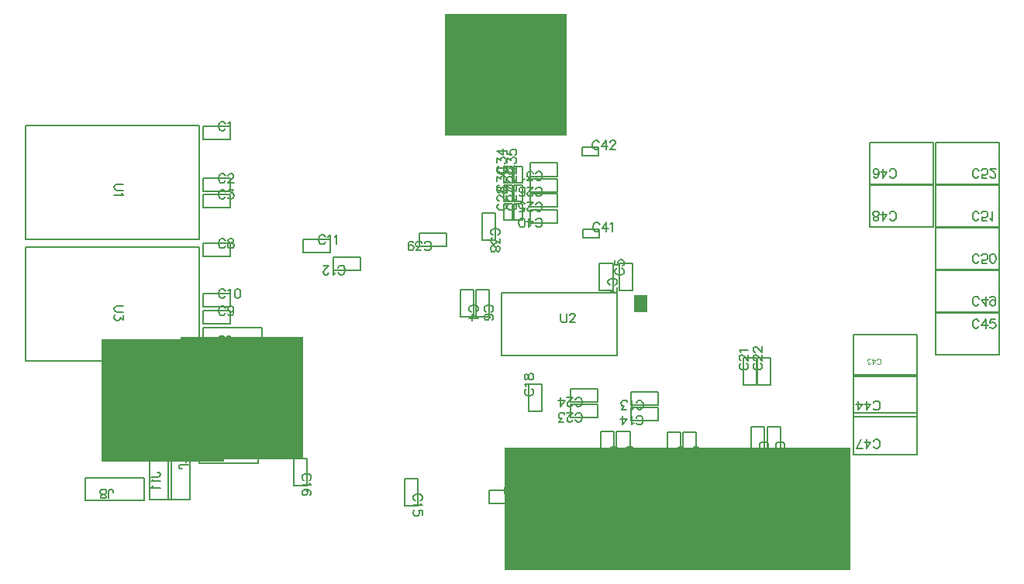
<source format=gbr>
%TF.GenerationSoftware,Altium Limited,Altium Designer,22.0.2 (36)*%
G04 Layer_Color=16711935*
%FSLAX45Y45*%
%MOMM*%
%TF.SameCoordinates,A85A4143-1F01-4578-B965-72C63468A48A*%
%TF.FilePolarity,Positive*%
%TF.FileFunction,Other,Top_Assembly*%
%TF.Part,Single*%
G01*
G75*
%TA.AperFunction,NonConductor*%
%ADD68C,0.20000*%
G36*
X5188020Y4456980D02*
X3851980D01*
Y5793020D01*
X5188020D01*
Y4456980D01*
D02*
G37*
G36*
X6063620Y2529790D02*
X5921380D01*
Y2715210D01*
X6063620D01*
Y2529790D01*
D02*
G37*
G36*
X2302750Y919750D02*
X1445250D01*
Y894210D01*
X109210D01*
Y2230250D01*
X966710D01*
Y2255790D01*
X2302750D01*
Y919750D01*
D02*
G37*
G36*
X8280520Y-290250D02*
X4511710D01*
Y1045790D01*
X8280520D01*
Y-290250D01*
D02*
G37*
G36*
X8494459Y2019307D02*
X8495198Y2019214D01*
X8496031Y2019122D01*
X8496955Y2018937D01*
X8497972Y2018752D01*
X8500191Y2018197D01*
X8502502Y2017273D01*
X8503704Y2016718D01*
X8504814Y2016071D01*
X8505923Y2015239D01*
X8507033Y2014406D01*
X8507125Y2014314D01*
X8507310Y2014129D01*
X8507588Y2013852D01*
X8507865Y2013482D01*
X8508327Y2013020D01*
X8508789Y2012372D01*
X8509344Y2011725D01*
X8509899Y2010893D01*
X8510454Y2009969D01*
X8511008Y2009044D01*
X8512025Y2006825D01*
X8512857Y2004236D01*
X8513135Y2002849D01*
X8513320Y2001370D01*
X8505461Y2000353D01*
Y2000446D01*
X8505369Y2000630D01*
X8505276Y2001000D01*
X8505184Y2001463D01*
X8505091Y2002017D01*
X8504906Y2002665D01*
X8504444Y2004051D01*
X8503797Y2005716D01*
X8502965Y2007287D01*
X8502040Y2008767D01*
X8500931Y2010061D01*
X8500746Y2010153D01*
X8500376Y2010523D01*
X8499636Y2010986D01*
X8498712Y2011448D01*
X8497602Y2012003D01*
X8496215Y2012465D01*
X8494644Y2012835D01*
X8492979Y2012927D01*
X8492425D01*
X8492055Y2012835D01*
X8491038Y2012742D01*
X8489743Y2012465D01*
X8488264Y2012003D01*
X8486692Y2011355D01*
X8485121Y2010431D01*
X8483641Y2009136D01*
X8483456Y2008952D01*
X8482994Y2008397D01*
X8482439Y2007565D01*
X8481700Y2006455D01*
X8480960Y2005068D01*
X8480405Y2003497D01*
X8479943Y2001648D01*
X8479758Y1999613D01*
Y1999521D01*
Y1999336D01*
Y1999059D01*
X8479851Y1998689D01*
X8479943Y1997672D01*
X8480221Y1996470D01*
X8480590Y1994991D01*
X8481238Y1993511D01*
X8482162Y1992032D01*
X8483364Y1990645D01*
X8483549Y1990460D01*
X8484011Y1990091D01*
X8484751Y1989536D01*
X8485768Y1988889D01*
X8487062Y1988241D01*
X8488634Y1987687D01*
X8490391Y1987317D01*
X8492332Y1987132D01*
X8493164D01*
X8493812Y1987224D01*
X8494644Y1987317D01*
X8495568Y1987502D01*
X8496678Y1987687D01*
X8497880Y1987964D01*
X8496955Y1981030D01*
X8496493D01*
X8496123Y1981122D01*
X8494921D01*
X8493904Y1980937D01*
X8492702Y1980752D01*
X8491315Y1980475D01*
X8489743Y1980013D01*
X8488264Y1979366D01*
X8486692Y1978534D01*
X8486600D01*
X8486508Y1978441D01*
X8486045Y1978071D01*
X8485398Y1977424D01*
X8484658Y1976592D01*
X8483919Y1975390D01*
X8483272Y1974003D01*
X8482809Y1972431D01*
X8482624Y1971507D01*
Y1970490D01*
Y1970397D01*
Y1970305D01*
Y1969750D01*
X8482809Y1969011D01*
X8482994Y1967994D01*
X8483364Y1966884D01*
X8483826Y1965682D01*
X8484566Y1964480D01*
X8485583Y1963371D01*
X8485675Y1963278D01*
X8486138Y1962908D01*
X8486785Y1962446D01*
X8487617Y1961891D01*
X8488726Y1961429D01*
X8490021Y1960967D01*
X8491500Y1960597D01*
X8493164Y1960505D01*
X8493904D01*
X8494736Y1960689D01*
X8495846Y1960874D01*
X8497048Y1961244D01*
X8498249Y1961707D01*
X8499544Y1962446D01*
X8500746Y1963371D01*
X8500838Y1963463D01*
X8501208Y1963925D01*
X8501763Y1964573D01*
X8502410Y1965497D01*
X8503057Y1966699D01*
X8503704Y1968178D01*
X8504259Y1969935D01*
X8504629Y1971969D01*
X8512488Y1970582D01*
Y1970490D01*
X8512395Y1970212D01*
X8512303Y1969843D01*
X8512210Y1969288D01*
X8512025Y1968641D01*
X8511748Y1967901D01*
X8511193Y1966144D01*
X8510269Y1964110D01*
X8509159Y1962076D01*
X8507772Y1960135D01*
X8506016Y1958378D01*
X8505923Y1958286D01*
X8505738Y1958193D01*
X8505461Y1958008D01*
X8505091Y1957731D01*
X8504629Y1957361D01*
X8503982Y1956991D01*
X8503335Y1956621D01*
X8502502Y1956159D01*
X8500653Y1955420D01*
X8498527Y1954680D01*
X8496031Y1954218D01*
X8494736Y1954033D01*
X8492425D01*
X8491408Y1954125D01*
X8490206Y1954310D01*
X8488726Y1954587D01*
X8487062Y1955050D01*
X8485398Y1955604D01*
X8483734Y1956344D01*
X8483641D01*
X8483549Y1956437D01*
X8482994Y1956714D01*
X8482162Y1957269D01*
X8481238Y1957916D01*
X8480128Y1958840D01*
X8479019Y1959857D01*
X8477909Y1961059D01*
X8476985Y1962446D01*
X8476892Y1962631D01*
X8476615Y1963093D01*
X8476245Y1963925D01*
X8475783Y1964942D01*
X8475320Y1966144D01*
X8474951Y1967531D01*
X8474673Y1969103D01*
X8474581Y1970675D01*
Y1970860D01*
Y1971414D01*
X8474673Y1972154D01*
X8474858Y1973171D01*
X8475135Y1974373D01*
X8475598Y1975667D01*
X8476152Y1976962D01*
X8476892Y1978256D01*
X8476985Y1978441D01*
X8477262Y1978811D01*
X8477817Y1979458D01*
X8478556Y1980198D01*
X8479481Y1981030D01*
X8480590Y1981954D01*
X8481885Y1982786D01*
X8483456Y1983619D01*
X8483364D01*
X8483179Y1983711D01*
X8482902Y1983804D01*
X8482532Y1983896D01*
X8481515Y1984266D01*
X8480221Y1984821D01*
X8478741Y1985560D01*
X8477262Y1986485D01*
X8475875Y1987687D01*
X8474581Y1989073D01*
X8474488Y1989258D01*
X8474118Y1989813D01*
X8473564Y1990738D01*
X8473009Y1991940D01*
X8472454Y1993419D01*
X8471899Y1995176D01*
X8471530Y1997210D01*
X8471437Y1999429D01*
Y1999521D01*
Y1999798D01*
Y2000261D01*
X8471530Y2000815D01*
X8471622Y2001555D01*
X8471807Y2002387D01*
X8471992Y2003312D01*
X8472177Y2004329D01*
X8472917Y2006548D01*
X8473471Y2007750D01*
X8474026Y2008859D01*
X8474766Y2010061D01*
X8475598Y2011263D01*
X8476522Y2012465D01*
X8477632Y2013574D01*
X8477724Y2013667D01*
X8477909Y2013852D01*
X8478279Y2014129D01*
X8478741Y2014499D01*
X8479296Y2014961D01*
X8480036Y2015423D01*
X8480868Y2015978D01*
X8481885Y2016440D01*
X8482902Y2016995D01*
X8484104Y2017550D01*
X8485306Y2018012D01*
X8486692Y2018474D01*
X8488172Y2018844D01*
X8489743Y2019122D01*
X8491315Y2019307D01*
X8493072Y2019399D01*
X8493904D01*
X8494459Y2019307D01*
D02*
G37*
G36*
X8598657D02*
X8599489D01*
X8600506Y2019214D01*
X8601615Y2019029D01*
X8602910Y2018844D01*
X8605591Y2018382D01*
X8608365Y2017642D01*
X8611138Y2016625D01*
X8612433Y2015978D01*
X8613727Y2015239D01*
X8613819Y2015146D01*
X8614004Y2015054D01*
X8614374Y2014776D01*
X8614744Y2014406D01*
X8615299Y2014037D01*
X8615946Y2013482D01*
X8616686Y2012835D01*
X8617425Y2012095D01*
X8618165Y2011263D01*
X8618997Y2010431D01*
X8620661Y2008304D01*
X8622233Y2005808D01*
X8623620Y2003034D01*
Y2002942D01*
X8623805Y2002665D01*
X8623897Y2002202D01*
X8624175Y2001648D01*
X8624359Y2000908D01*
X8624637Y1999983D01*
X8625007Y1998966D01*
X8625284Y1997857D01*
X8625561Y1996655D01*
X8625931Y1995268D01*
X8626393Y1992402D01*
X8626763Y1989166D01*
X8626948Y1985838D01*
Y1985745D01*
Y1985375D01*
Y1984821D01*
X8626856Y1984173D01*
Y1983249D01*
X8626763Y1982324D01*
X8626671Y1981122D01*
X8626486Y1979920D01*
X8626024Y1977239D01*
X8625376Y1974281D01*
X8624452Y1971322D01*
X8623158Y1968456D01*
X8623065Y1968363D01*
X8622973Y1968086D01*
X8622788Y1967716D01*
X8622418Y1967254D01*
X8622048Y1966607D01*
X8621586Y1965867D01*
X8620384Y1964203D01*
X8618812Y1962354D01*
X8616963Y1960505D01*
X8614836Y1958655D01*
X8612340Y1957084D01*
X8612248Y1956991D01*
X8611970Y1956899D01*
X8611601Y1956714D01*
X8611138Y1956437D01*
X8610399Y1956159D01*
X8609659Y1955882D01*
X8608734Y1955512D01*
X8607717Y1955142D01*
X8606608Y1954772D01*
X8605406Y1954402D01*
X8602817Y1953848D01*
X8599859Y1953385D01*
X8596808Y1953201D01*
X8595883D01*
X8595236Y1953293D01*
X8594404Y1953385D01*
X8593387Y1953478D01*
X8592370Y1953570D01*
X8591168Y1953848D01*
X8588671Y1954402D01*
X8585898Y1955235D01*
X8584511Y1955789D01*
X8583217Y1956437D01*
X8581922Y1957269D01*
X8580628Y1958101D01*
X8580535Y1958193D01*
X8580350Y1958286D01*
X8579981Y1958563D01*
X8579518Y1959025D01*
X8579056Y1959488D01*
X8578409Y1960135D01*
X8577762Y1960874D01*
X8577022Y1961614D01*
X8576282Y1962539D01*
X8575543Y1963648D01*
X8574711Y1964758D01*
X8573971Y1965959D01*
X8573324Y1967346D01*
X8572584Y1968733D01*
X8572029Y1970212D01*
X8571475Y1971877D01*
X8579796Y1973818D01*
Y1973726D01*
X8579888Y1973541D01*
X8580073Y1973171D01*
X8580258Y1972709D01*
X8580443Y1972154D01*
X8580720Y1971414D01*
X8581460Y1969935D01*
X8582384Y1968271D01*
X8583494Y1966607D01*
X8584881Y1965035D01*
X8586360Y1963648D01*
X8586545Y1963463D01*
X8587100Y1963093D01*
X8588024Y1962631D01*
X8589226Y1961984D01*
X8590798Y1961429D01*
X8592555Y1960874D01*
X8594681Y1960505D01*
X8596992Y1960412D01*
X8597732D01*
X8598194Y1960505D01*
X8598842D01*
X8599581Y1960597D01*
X8601338Y1960874D01*
X8603279Y1961244D01*
X8605313Y1961891D01*
X8607440Y1962816D01*
X8609382Y1964018D01*
X8609474D01*
X8609566Y1964203D01*
X8610214Y1964665D01*
X8611046Y1965405D01*
X8612063Y1966514D01*
X8613265Y1967901D01*
X8614374Y1969473D01*
X8615391Y1971414D01*
X8616316Y1973541D01*
Y1973633D01*
X8616408Y1973818D01*
X8616501Y1974096D01*
X8616593Y1974558D01*
X8616778Y1975113D01*
X8616963Y1975760D01*
X8617240Y1977332D01*
X8617610Y1979181D01*
X8617980Y1981215D01*
X8618165Y1983434D01*
X8618257Y1985838D01*
Y1985930D01*
Y1986207D01*
Y1986670D01*
Y1987224D01*
X8618165Y1987872D01*
Y1988704D01*
X8618072Y1989628D01*
X8617980Y1990645D01*
X8617703Y1992864D01*
X8617240Y1995268D01*
X8616686Y1997672D01*
X8615946Y2000076D01*
Y2000168D01*
X8615853Y2000353D01*
X8615669Y2000630D01*
X8615484Y2001093D01*
X8614929Y2002202D01*
X8614097Y2003497D01*
X8613080Y2004976D01*
X8611785Y2006548D01*
X8610306Y2007935D01*
X8608549Y2009229D01*
X8608457D01*
X8608272Y2009321D01*
X8607995Y2009506D01*
X8607625Y2009691D01*
X8607163Y2009876D01*
X8606608Y2010153D01*
X8605313Y2010708D01*
X8603649Y2011263D01*
X8601800Y2011725D01*
X8599766Y2012095D01*
X8597640Y2012187D01*
X8596992D01*
X8596438Y2012095D01*
X8595791D01*
X8595143Y2012003D01*
X8593479Y2011633D01*
X8591538Y2011170D01*
X8589596Y2010431D01*
X8587562Y2009414D01*
X8586545Y2008859D01*
X8585620Y2008119D01*
X8585528Y2008027D01*
X8585435Y2007935D01*
X8585158Y2007657D01*
X8584788Y2007380D01*
X8584418Y2006918D01*
X8583956Y2006363D01*
X8583401Y2005808D01*
X8582939Y2005068D01*
X8582384Y2004236D01*
X8581737Y2003312D01*
X8581182Y2002387D01*
X8580628Y2001278D01*
X8580165Y2000076D01*
X8579703Y1998781D01*
X8579241Y1997395D01*
X8578871Y1995915D01*
X8570365Y1998042D01*
Y1998134D01*
X8570458Y1998504D01*
X8570642Y1999059D01*
X8570920Y1999798D01*
X8571197Y2000630D01*
X8571567Y2001648D01*
X8572029Y2002757D01*
X8572584Y2003959D01*
X8573878Y2006548D01*
X8575543Y2009136D01*
X8576560Y2010431D01*
X8577577Y2011725D01*
X8578686Y2012835D01*
X8579981Y2013944D01*
X8580073Y2014037D01*
X8580258Y2014222D01*
X8580720Y2014406D01*
X8581182Y2014776D01*
X8581922Y2015239D01*
X8582662Y2015701D01*
X8583679Y2016163D01*
X8584696Y2016625D01*
X8585898Y2017180D01*
X8587192Y2017642D01*
X8588579Y2018105D01*
X8590058Y2018567D01*
X8591630Y2018937D01*
X8593294Y2019122D01*
X8595051Y2019307D01*
X8596900Y2019399D01*
X8597917D01*
X8598657Y2019307D01*
D02*
G37*
G36*
X8538006Y2002942D02*
X8565835D01*
Y1995730D01*
X8536526Y1954310D01*
X8530147D01*
Y1995730D01*
X8521456D01*
Y2002942D01*
X8530147D01*
Y2018290D01*
X8538006D01*
Y2002942D01*
D02*
G37*
%LPC*%
G36*
X8558161Y1995730D02*
X8538006D01*
Y1967069D01*
X8558161Y1995730D01*
D02*
G37*
%LPD*%
D68*
X4192092Y2772909D02*
X4337913D01*
X4192092Y2477091D02*
Y2772909D01*
Y2477091D02*
X4337913D01*
Y2772909D01*
X4024589D02*
X4170410D01*
X4024589Y2477091D02*
Y2772909D01*
Y2477091D02*
X4170410D01*
Y2772909D01*
X1217091Y2117498D02*
X1857090D01*
X1217091D02*
Y2357502D01*
X1857090D01*
Y2117498D02*
Y2357502D01*
X5086314Y3843833D02*
Y3989655D01*
X4790490D02*
X5086314D01*
X4790490Y3843833D02*
Y3989655D01*
Y3843833D02*
X5086314D01*
X4502286Y3535078D02*
X4589535D01*
Y3712325D01*
X4502286D02*
X4589535D01*
X4502286Y3535078D02*
Y3712325D01*
X4613411Y3947168D02*
Y4124414D01*
X4700660D01*
Y3947168D02*
Y4124414D01*
X4613411Y3947168D02*
X4700660D01*
X4613411Y3535078D02*
Y3712325D01*
X4700660D01*
Y3535078D02*
Y3712325D01*
X4613411Y3535078D02*
X4700660D01*
X4502286Y3742114D02*
Y3919360D01*
X4589535D01*
Y3742114D02*
Y3919360D01*
X4502286Y3742114D02*
X4589535D01*
X4613411D02*
Y3919360D01*
X4700660D01*
Y3742114D02*
Y3919360D01*
X4613411Y3742114D02*
X4700660D01*
X4502286Y3947168D02*
X4589535D01*
Y4124414D01*
X4502286D02*
X4589535D01*
X4502286Y3947168D02*
Y4124414D01*
X2347909Y634590D02*
Y930413D01*
X2202088Y634590D02*
X2347909D01*
X2202088D02*
Y930413D01*
X2347909D01*
X2930174Y2987087D02*
Y3132913D01*
X2634350D02*
X2930174D01*
X2634350Y2987087D02*
Y3132913D01*
Y2987087D02*
X2930174D01*
X2309591Y3325410D02*
X2605410D01*
Y3179589D02*
Y3325410D01*
X2309591Y3179589D02*
X2605410D01*
X2309591D02*
Y3325410D01*
X4263069Y3611638D02*
X4408891D01*
X4263069Y3315819D02*
Y3611638D01*
Y3315819D02*
X4408891D01*
Y3611638D01*
X9010256Y1827292D02*
Y2287707D01*
X8319841D02*
X9010256D01*
X8319841Y1827292D02*
Y2287707D01*
Y1827292D02*
X9010256D01*
X-727497Y3237501D02*
X1172499D01*
X-727497Y1997498D02*
Y3237501D01*
Y1997498D02*
X1172499D01*
Y3237501D01*
X-727497Y4567500D02*
X1172499D01*
X-727497Y3327498D02*
Y4567500D01*
Y3327498D02*
X1172499D01*
Y4567500D01*
X9215247Y3459292D02*
X9905662D01*
Y3919707D01*
X9215247D02*
X9905662D01*
X9215247Y3459292D02*
Y3919707D01*
X8319794Y969208D02*
X9010212D01*
X8319794D02*
Y1429623D01*
X9010212D01*
Y969208D02*
Y1429623D01*
X9215247Y2523208D02*
X9905660D01*
Y2062792D02*
Y2523208D01*
X9215247Y2062792D02*
X9905660D01*
X9215247D02*
Y2523208D01*
Y2528292D02*
X9905662D01*
Y2988708D01*
X9215247D02*
X9905662D01*
X9215247Y2528292D02*
Y2988708D01*
Y2993792D02*
X9905662D01*
Y3454207D01*
X9215247D02*
X9905662D01*
X9215247Y2993792D02*
Y3454207D01*
X8497297Y3459292D02*
X9187710D01*
X8497297D02*
Y3919707D01*
X9187710D01*
Y3459292D02*
Y3919707D01*
X8497292Y3924792D02*
X9187710D01*
X8497292D02*
Y4385207D01*
X9187710D01*
Y3924792D02*
Y4385207D01*
X9215247Y3924792D02*
X9905662D01*
Y4385207D01*
X9215247D02*
X9905662D01*
X9215247Y3924792D02*
Y4385207D01*
X5705414Y932329D02*
Y1228152D01*
X5559587Y932329D02*
X5705414D01*
X5559587D02*
Y1228152D01*
X5705414D01*
X5875411Y929829D02*
Y1225653D01*
X5729589Y929829D02*
X5875411D01*
X5729589D02*
Y1225653D01*
X5875411D01*
X7116490Y1731291D02*
X7262312D01*
Y2027109D01*
X7116490D02*
X7262312D01*
X7116490Y1731291D02*
Y2027109D01*
X7268890Y1731291D02*
X7414712D01*
Y2027109D01*
X7268890D02*
X7414712D01*
X7268890Y1731291D02*
Y2027109D01*
X8319794Y1387290D02*
X9010207D01*
X8319794D02*
Y1847706D01*
X9010207D01*
Y1387290D02*
Y1847706D01*
X7375387Y1277809D02*
X7521214D01*
X7375387Y981991D02*
Y1277809D01*
Y981991D02*
X7521214D01*
Y1277809D01*
X7197587D02*
X7343414D01*
X7197587Y981991D02*
Y1277809D01*
Y981991D02*
X7343414D01*
Y1277809D01*
X6452087Y1220410D02*
X6597914D01*
X6452087Y924587D02*
Y1220410D01*
Y924587D02*
X6597914D01*
Y1220410D01*
X6284589D02*
X6430411D01*
X6284589Y924587D02*
Y1220410D01*
Y924587D02*
X6430411D01*
Y1220410D01*
X5889589Y1344591D02*
X6185413D01*
X5889589D02*
Y1490412D01*
X6185413D01*
Y1344591D02*
Y1490412D01*
X5892002Y1512089D02*
X6187826D01*
X5892002D02*
Y1657910D01*
X6187826D01*
Y1512089D02*
Y1657910D01*
X5224805Y1544591D02*
X5520623D01*
X5224805D02*
Y1690412D01*
X5520623D01*
Y1544591D02*
Y1690412D01*
X5224592Y1377088D02*
X5520410D01*
X5224592D02*
Y1522909D01*
X5520410D01*
Y1377088D02*
Y1522909D01*
X4772091Y1449828D02*
Y1745652D01*
X4917912D01*
Y1449828D02*
Y1745652D01*
X4772091Y1449828D02*
X4917912D01*
X4337090Y580412D02*
X4632914D01*
Y434590D02*
Y580412D01*
X4337090Y434590D02*
X4632914D01*
X4337090D02*
Y580412D01*
X3417087Y708367D02*
X3562913D01*
X3417087Y412543D02*
Y708367D01*
Y412543D02*
X3562913D01*
Y708367D01*
X830000Y477501D02*
X1070000D01*
X830000D02*
Y1117500D01*
X1070000D01*
Y477501D02*
Y1117500D01*
X630001D02*
X870000D01*
Y477501D02*
Y1117500D01*
X630001Y477501D02*
X870000D01*
X630001D02*
Y1117500D01*
X1172499Y882499D02*
X1812503D01*
X1172499D02*
Y1122498D01*
X1812503D01*
Y882499D02*
Y1122498D01*
X1217091Y2402089D02*
Y2547911D01*
Y2402089D02*
X1512910D01*
Y2547911D01*
X1217091D02*
X1512910D01*
X1217091Y2589587D02*
Y2735409D01*
Y2589587D02*
X1512910D01*
Y2735409D01*
X1217091D02*
X1512910D01*
X1217091Y3282911D02*
X1512910D01*
Y3137089D02*
Y3282911D01*
X1217091Y3137089D02*
X1512910D01*
X1217091D02*
Y3282911D01*
Y3674589D02*
Y3820410D01*
Y3674589D02*
X1512910D01*
Y3820410D01*
X1217091D02*
X1512910D01*
X1217091Y3849590D02*
Y3995411D01*
Y3849590D02*
X1512910D01*
Y3995411D01*
X1217091D02*
X1512910D01*
X1217091Y4419591D02*
Y4565413D01*
Y4419591D02*
X1512910D01*
Y4565413D01*
X1217091D02*
X1512910D01*
X3872293Y3251071D02*
Y3396897D01*
X3576469D02*
X3872293D01*
X3576469Y3251071D02*
Y3396897D01*
Y3251071D02*
X3872293D01*
X5086314Y4014344D02*
Y4160166D01*
X4790495D02*
X5086314D01*
X4790495Y4014344D02*
Y4160166D01*
Y4014344D02*
X5086314D01*
X5358582Y4331123D02*
X5535828D01*
Y4243874D02*
Y4331123D01*
X5358582Y4243874D02*
X5535828D01*
X5358582D02*
Y4331123D01*
X5759592Y2769587D02*
X5905413D01*
Y3065410D01*
X5759592D02*
X5905413D01*
X5759592Y2769587D02*
Y3065410D01*
X5690412Y2769587D02*
Y3065410D01*
X5544591Y2769587D02*
X5690412D01*
X5544591D02*
Y3065410D01*
X5690412D01*
X5365368Y3433624D02*
X5542615D01*
Y3346375D02*
Y3433624D01*
X5365368Y3346375D02*
X5542615D01*
X5365368D02*
Y3433624D01*
X570001Y475002D02*
Y715001D01*
X-69998D02*
X570001D01*
X-69998Y475002D02*
Y715001D01*
Y475002D02*
X570001D01*
X4790495Y3504180D02*
X5086314D01*
X4790495D02*
Y3650002D01*
X5086314D01*
Y3504180D02*
Y3650002D01*
X4469932Y2738197D02*
X5731555D01*
Y2053200D02*
Y2738197D01*
X4469932Y2053200D02*
X5731555D01*
X4469932D02*
Y2738197D01*
X5086314Y3676677D02*
Y3822498D01*
X4790490D02*
X5086314D01*
X4790490Y3676677D02*
Y3822498D01*
Y3676677D02*
X5086314D01*
X4361173Y2533588D02*
X4370695Y2538349D01*
X4380217Y2547870D01*
X4384978Y2557392D01*
Y2576436D01*
X4380217Y2585957D01*
X4370695Y2595479D01*
X4361173Y2600240D01*
X4346890Y2605001D01*
X4323086D01*
X4308803Y2600240D01*
X4299282Y2595479D01*
X4289760Y2585957D01*
X4284999Y2576436D01*
Y2557392D01*
X4289760Y2547870D01*
X4299282Y2538349D01*
X4308803Y2533588D01*
X4370695Y2448368D02*
X4380217Y2453129D01*
X4384978Y2467412D01*
Y2476933D01*
X4380217Y2491216D01*
X4365934Y2500738D01*
X4342130Y2505499D01*
X4318325D01*
X4299282Y2500738D01*
X4289760Y2491216D01*
X4284999Y2476933D01*
Y2472172D01*
X4289760Y2457890D01*
X4299282Y2448368D01*
X4313564Y2443607D01*
X4318325D01*
X4332608Y2448368D01*
X4342130Y2457890D01*
X4346890Y2472172D01*
Y2476933D01*
X4342130Y2491216D01*
X4332608Y2500738D01*
X4318325Y2505499D01*
X4193673Y2533588D02*
X4203195Y2538349D01*
X4212716Y2547870D01*
X4217477Y2557392D01*
Y2576436D01*
X4212716Y2585957D01*
X4203195Y2595479D01*
X4193673Y2600240D01*
X4179390Y2605001D01*
X4155586D01*
X4141303Y2600240D01*
X4131781Y2595479D01*
X4122260Y2585957D01*
X4117499Y2576436D01*
Y2557392D01*
X4122260Y2547870D01*
X4131781Y2538349D01*
X4141303Y2533588D01*
X4217477Y2457890D02*
X4150825Y2505499D01*
Y2434085D01*
X4217477Y2457890D02*
X4117499D01*
X1469480Y2169672D02*
Y2245846D01*
X1474241Y2260129D01*
X1479002Y2264890D01*
X1488524Y2269651D01*
X1498046D01*
X1507567Y2264890D01*
X1512328Y2260129D01*
X1517089Y2245846D01*
Y2236324D01*
X1381880Y2202998D02*
X1386641Y2217281D01*
X1396163Y2226803D01*
X1410445Y2231564D01*
X1415206D01*
X1429489Y2226803D01*
X1439011Y2217281D01*
X1443772Y2202998D01*
Y2198237D01*
X1439011Y2183955D01*
X1429489Y2174433D01*
X1415206Y2169672D01*
X1410445D01*
X1396163Y2174433D01*
X1386641Y2183955D01*
X1381880Y2202998D01*
Y2226803D01*
X1386641Y2250607D01*
X1396163Y2264890D01*
X1410445Y2269651D01*
X1419967D01*
X1434250Y2264890D01*
X1439011Y2255368D01*
X4846991Y3820569D02*
X4851752Y3811047D01*
X4861273Y3801526D01*
X4870795Y3796765D01*
X4889839D01*
X4899360Y3801526D01*
X4908882Y3811047D01*
X4913643Y3820569D01*
X4918404Y3834852D01*
Y3858656D01*
X4913643Y3872939D01*
X4908882Y3882461D01*
X4899360Y3891983D01*
X4889839Y3896744D01*
X4870795D01*
X4861273Y3891983D01*
X4851752Y3882461D01*
X4846991Y3872939D01*
X4814140Y3820569D02*
Y3815808D01*
X4809380Y3806287D01*
X4804619Y3801526D01*
X4795097Y3796765D01*
X4776053D01*
X4766532Y3801526D01*
X4761771Y3806287D01*
X4757010Y3815808D01*
Y3825330D01*
X4761771Y3834852D01*
X4771292Y3849135D01*
X4818901Y3896744D01*
X4752249D01*
X4672742Y3811047D02*
X4677503Y3801526D01*
X4691786Y3796765D01*
X4701308D01*
X4715590Y3801526D01*
X4725112Y3815808D01*
X4729873Y3839613D01*
Y3863417D01*
X4725112Y3882461D01*
X4715590Y3891983D01*
X4701308Y3896744D01*
X4696547D01*
X4682264Y3891983D01*
X4672742Y3882461D01*
X4667982Y3868178D01*
Y3863417D01*
X4672742Y3849135D01*
X4682264Y3839613D01*
X4696547Y3834852D01*
X4701308D01*
X4715590Y3839613D01*
X4725112Y3849135D01*
X4729873Y3863417D01*
X4449737Y3715115D02*
X4440215Y3710354D01*
X4430694Y3700832D01*
X4425933Y3691311D01*
Y3672267D01*
X4430694Y3662745D01*
X4440215Y3653223D01*
X4449737Y3648463D01*
X4464020Y3643702D01*
X4487824D01*
X4502107Y3648463D01*
X4511629Y3653223D01*
X4521150Y3662745D01*
X4525911Y3672267D01*
Y3691311D01*
X4521150Y3700832D01*
X4511629Y3710354D01*
X4502107Y3715115D01*
X4449737Y3747965D02*
X4444976D01*
X4435455Y3752726D01*
X4430694Y3757487D01*
X4425933Y3767008D01*
Y3786052D01*
X4430694Y3795574D01*
X4435455Y3800335D01*
X4444976Y3805096D01*
X4454498D01*
X4464020Y3800335D01*
X4478302Y3790813D01*
X4525911Y3743204D01*
Y3809856D01*
X4425933Y3856037D02*
X4430694Y3841754D01*
X4440215Y3836994D01*
X4449737D01*
X4459259Y3841754D01*
X4464020Y3851276D01*
X4468781Y3870320D01*
X4473542Y3884602D01*
X4483063Y3894124D01*
X4492585Y3898885D01*
X4506868D01*
X4516390Y3894124D01*
X4521150Y3889363D01*
X4525911Y3875081D01*
Y3856037D01*
X4521150Y3841754D01*
X4516390Y3836994D01*
X4506868Y3832233D01*
X4492585D01*
X4483063Y3836994D01*
X4473542Y3846515D01*
X4468781Y3860798D01*
X4464020Y3879842D01*
X4459259Y3889363D01*
X4449737Y3894124D01*
X4440215D01*
X4430694Y3889363D01*
X4425933Y3875081D01*
Y3856037D01*
X4560861Y4127204D02*
X4551339Y4122443D01*
X4541817Y4112921D01*
X4537056Y4103399D01*
Y4084356D01*
X4541817Y4074834D01*
X4551339Y4065312D01*
X4560861Y4060551D01*
X4575144Y4055790D01*
X4598948D01*
X4613231Y4060551D01*
X4622753Y4065312D01*
X4632274Y4074834D01*
X4637035Y4084356D01*
Y4103399D01*
X4632274Y4112921D01*
X4622753Y4122443D01*
X4613231Y4127204D01*
X4537056Y4164815D02*
Y4217184D01*
X4575144Y4188619D01*
Y4202902D01*
X4579904Y4212424D01*
X4584665Y4217184D01*
X4598948Y4221945D01*
X4608470D01*
X4622753Y4217184D01*
X4632274Y4207663D01*
X4637035Y4193380D01*
Y4179097D01*
X4632274Y4164815D01*
X4627513Y4160054D01*
X4617992Y4155293D01*
X4537056Y4301452D02*
Y4253843D01*
X4579904Y4249082D01*
X4575144Y4253843D01*
X4570383Y4268126D01*
Y4282409D01*
X4575144Y4296691D01*
X4584665Y4306213D01*
X4598948Y4310974D01*
X4608470D01*
X4622753Y4306213D01*
X4632274Y4296691D01*
X4637035Y4282409D01*
Y4268126D01*
X4632274Y4253843D01*
X4627513Y4249082D01*
X4617992Y4244321D01*
X4560861Y3715115D02*
X4551339Y3710354D01*
X4541817Y3700832D01*
X4537056Y3691311D01*
Y3672267D01*
X4541817Y3662745D01*
X4551339Y3653223D01*
X4560861Y3648463D01*
X4575144Y3643702D01*
X4598948D01*
X4613231Y3648463D01*
X4622753Y3653223D01*
X4632274Y3662745D01*
X4637035Y3672267D01*
Y3691311D01*
X4632274Y3700832D01*
X4622753Y3710354D01*
X4613231Y3715115D01*
X4560861Y3747965D02*
X4556100D01*
X4546578Y3752726D01*
X4541817Y3757487D01*
X4537056Y3767008D01*
Y3786052D01*
X4541817Y3795574D01*
X4546578Y3800335D01*
X4556100Y3805096D01*
X4565622D01*
X4575144Y3800335D01*
X4589426Y3790813D01*
X4637035Y3743204D01*
Y3809856D01*
X4537056Y3898885D02*
X4637035Y3851276D01*
X4537056Y3832233D02*
Y3898885D01*
X4449737Y3922149D02*
X4440215Y3917388D01*
X4430694Y3907866D01*
X4425933Y3898345D01*
Y3879301D01*
X4430694Y3869779D01*
X4440215Y3860257D01*
X4449737Y3855496D01*
X4464020Y3850736D01*
X4487824D01*
X4502107Y3855496D01*
X4511629Y3860257D01*
X4521150Y3869779D01*
X4525911Y3879301D01*
Y3898345D01*
X4521150Y3907866D01*
X4511629Y3917388D01*
X4502107Y3922149D01*
X4425933Y3959760D02*
Y4012129D01*
X4464020Y3983564D01*
Y3997847D01*
X4468781Y4007369D01*
X4473542Y4012129D01*
X4487824Y4016890D01*
X4497346D01*
X4511629Y4012129D01*
X4521150Y4002608D01*
X4525911Y3988325D01*
Y3974042D01*
X4521150Y3959760D01*
X4516390Y3954999D01*
X4506868Y3950238D01*
X4425933Y4067832D02*
X4430694Y4053549D01*
X4444976Y4044027D01*
X4468781Y4039266D01*
X4483063D01*
X4506868Y4044027D01*
X4521150Y4053549D01*
X4525911Y4067832D01*
Y4077354D01*
X4521150Y4091636D01*
X4506868Y4101158D01*
X4483063Y4105919D01*
X4468781D01*
X4444976Y4101158D01*
X4430694Y4091636D01*
X4425933Y4077354D01*
Y4067832D01*
X4560861Y3922149D02*
X4551339Y3917388D01*
X4541817Y3907866D01*
X4537056Y3898345D01*
Y3879301D01*
X4541817Y3869779D01*
X4551339Y3860257D01*
X4560861Y3855496D01*
X4575144Y3850736D01*
X4598948D01*
X4613231Y3855496D01*
X4622753Y3860257D01*
X4632274Y3869779D01*
X4637035Y3879301D01*
Y3898345D01*
X4632274Y3907866D01*
X4622753Y3917388D01*
X4613231Y3922149D01*
X4560861Y3954999D02*
X4556100D01*
X4546578Y3959760D01*
X4541817Y3964521D01*
X4537056Y3974042D01*
Y3993086D01*
X4541817Y4002608D01*
X4546578Y4007369D01*
X4556100Y4012129D01*
X4565622D01*
X4575144Y4007369D01*
X4589426Y3997847D01*
X4637035Y3950238D01*
Y4016890D01*
X4570383Y4101158D02*
X4584665Y4096397D01*
X4594187Y4086875D01*
X4598948Y4072593D01*
Y4067832D01*
X4594187Y4053549D01*
X4584665Y4044027D01*
X4570383Y4039266D01*
X4565622D01*
X4551339Y4044027D01*
X4541817Y4053549D01*
X4537056Y4067832D01*
Y4072593D01*
X4541817Y4086875D01*
X4551339Y4096397D01*
X4570383Y4101158D01*
X4594187D01*
X4617992Y4096397D01*
X4632274Y4086875D01*
X4637035Y4072593D01*
Y4063071D01*
X4632274Y4048788D01*
X4622753Y4044027D01*
X4449737Y4127204D02*
X4440215Y4122443D01*
X4430694Y4112921D01*
X4425933Y4103399D01*
Y4084356D01*
X4430694Y4074834D01*
X4440215Y4065312D01*
X4449737Y4060551D01*
X4464020Y4055790D01*
X4487824D01*
X4502107Y4060551D01*
X4511629Y4065312D01*
X4521150Y4074834D01*
X4525911Y4084356D01*
Y4103399D01*
X4521150Y4112921D01*
X4511629Y4122443D01*
X4502107Y4127204D01*
X4425933Y4164815D02*
Y4217184D01*
X4464020Y4188619D01*
Y4202902D01*
X4468781Y4212424D01*
X4473542Y4217184D01*
X4487824Y4221945D01*
X4497346D01*
X4511629Y4217184D01*
X4521150Y4207663D01*
X4525911Y4193380D01*
Y4179097D01*
X4521150Y4164815D01*
X4516390Y4160054D01*
X4506868Y4155293D01*
X4425933Y4291930D02*
X4492585Y4244321D01*
Y4315735D01*
X4425933Y4291930D02*
X4525911D01*
X2371173Y691088D02*
X2380695Y695849D01*
X2390216Y705370D01*
X2394977Y714892D01*
Y733936D01*
X2390216Y743457D01*
X2380695Y752979D01*
X2371173Y757740D01*
X2356890Y762501D01*
X2333086D01*
X2318803Y757740D01*
X2309281Y752979D01*
X2299760Y743457D01*
X2294999Y733936D01*
Y714892D01*
X2299760Y705370D01*
X2309281Y695849D01*
X2318803Y691088D01*
X2375934Y662999D02*
X2380695Y653477D01*
X2394977Y639194D01*
X2294999D01*
X2380695Y532550D02*
X2390216Y537311D01*
X2394977Y551594D01*
Y561116D01*
X2390216Y575398D01*
X2375934Y584920D01*
X2352129Y589681D01*
X2328325D01*
X2309281Y584920D01*
X2299760Y575398D01*
X2294999Y561116D01*
Y556355D01*
X2299760Y542072D01*
X2309281Y532550D01*
X2323564Y527790D01*
X2328325D01*
X2342608Y532550D01*
X2352129Y542072D01*
X2356890Y556355D01*
Y561116D01*
X2352129Y575398D01*
X2342608Y584920D01*
X2328325Y589681D01*
X2690848Y2963827D02*
X2695609Y2954305D01*
X2705131Y2944784D01*
X2714653Y2940023D01*
X2733696D01*
X2743218Y2944784D01*
X2752740Y2954305D01*
X2757501Y2963827D01*
X2762262Y2978110D01*
Y3001914D01*
X2757501Y3016197D01*
X2752740Y3025719D01*
X2743218Y3035240D01*
X2733696Y3040001D01*
X2714653D01*
X2705131Y3035240D01*
X2695609Y3025719D01*
X2690848Y3016197D01*
X2662759Y2959066D02*
X2653238Y2954305D01*
X2638955Y2940023D01*
Y3040001D01*
X2584681Y2963827D02*
Y2959066D01*
X2579920Y2949545D01*
X2575159Y2944784D01*
X2565637Y2940023D01*
X2546594D01*
X2537072Y2944784D01*
X2532311Y2949545D01*
X2527550Y2959066D01*
Y2968588D01*
X2532311Y2978110D01*
X2541833Y2992392D01*
X2589442Y3040001D01*
X2522789D01*
X2548912Y3348673D02*
X2544151Y3358195D01*
X2534629Y3367716D01*
X2525108Y3372477D01*
X2506064D01*
X2496542Y3367716D01*
X2487020Y3358195D01*
X2482260Y3348673D01*
X2477499Y3334390D01*
Y3310586D01*
X2482260Y3296303D01*
X2487020Y3286781D01*
X2496542Y3277260D01*
X2506064Y3272499D01*
X2525108D01*
X2534629Y3277260D01*
X2544151Y3286781D01*
X2548912Y3296303D01*
X2577001Y3353434D02*
X2586523Y3358195D01*
X2600806Y3372477D01*
Y3272499D01*
X2650319Y3353434D02*
X2659841Y3358195D01*
X2674123Y3372477D01*
Y3272499D01*
X4432152Y3372317D02*
X4441674Y3377078D01*
X4451196Y3386599D01*
X4455957Y3396121D01*
Y3415165D01*
X4451196Y3424686D01*
X4441674Y3434208D01*
X4432152Y3438969D01*
X4417869Y3443730D01*
X4394065D01*
X4379782Y3438969D01*
X4370260Y3434208D01*
X4360739Y3424686D01*
X4355978Y3415165D01*
Y3396121D01*
X4360739Y3386599D01*
X4370260Y3377078D01*
X4379782Y3372317D01*
X4455957Y3334706D02*
Y3282336D01*
X4417869Y3310901D01*
Y3296619D01*
X4413109Y3287097D01*
X4408348Y3282336D01*
X4394065Y3277575D01*
X4384543D01*
X4370260Y3282336D01*
X4360739Y3291858D01*
X4355978Y3306140D01*
Y3320423D01*
X4360739Y3334706D01*
X4365500Y3339467D01*
X4375021Y3344228D01*
X4455957Y3231395D02*
X4451196Y3245677D01*
X4441674Y3250438D01*
X4432152D01*
X4422630Y3245677D01*
X4417869Y3236155D01*
X4413109Y3217112D01*
X4408348Y3202829D01*
X4398826Y3193308D01*
X4389304Y3188547D01*
X4375021D01*
X4365500Y3193308D01*
X4360739Y3198068D01*
X4355978Y3212351D01*
Y3231395D01*
X4360739Y3245677D01*
X4365500Y3250438D01*
X4375021Y3255199D01*
X4389304D01*
X4398826Y3250438D01*
X4408348Y3240916D01*
X4413109Y3226634D01*
X4417869Y3207590D01*
X4422630Y3198068D01*
X4432152Y3193308D01*
X4441674D01*
X4451196Y3198068D01*
X4455957Y3212351D01*
Y3231395D01*
X342478Y2597501D02*
X271064D01*
X256782Y2592740D01*
X247260Y2583219D01*
X242499Y2568936D01*
Y2559414D01*
X247260Y2545132D01*
X256782Y2535610D01*
X271064Y2530849D01*
X342478D01*
Y2493714D02*
Y2441344D01*
X304390Y2469909D01*
Y2455627D01*
X299630Y2446105D01*
X294869Y2441344D01*
X280586Y2436583D01*
X271064D01*
X256782Y2441344D01*
X247260Y2450866D01*
X242499Y2465149D01*
Y2479431D01*
X247260Y2493714D01*
X252021Y2498475D01*
X261543Y2503236D01*
X342478Y3927501D02*
X271064D01*
X256782Y3922740D01*
X247260Y3913218D01*
X242499Y3898936D01*
Y3889414D01*
X247260Y3875131D01*
X256782Y3865610D01*
X271064Y3860849D01*
X342478D01*
X323434Y3833236D02*
X328195Y3823714D01*
X342478Y3809431D01*
X242499D01*
X9689968Y3555226D02*
X9685207Y3545704D01*
X9675685Y3536182D01*
X9666164Y3531421D01*
X9647120D01*
X9637598Y3536182D01*
X9628077Y3545704D01*
X9623316Y3555226D01*
X9618555Y3569508D01*
Y3593313D01*
X9623316Y3607596D01*
X9628077Y3617117D01*
X9637598Y3626639D01*
X9647120Y3631400D01*
X9666164D01*
X9675685Y3626639D01*
X9685207Y3617117D01*
X9689968Y3607596D01*
X9775188Y3531421D02*
X9727579D01*
X9722818Y3574269D01*
X9727579Y3569508D01*
X9741862Y3564748D01*
X9756144D01*
X9770427Y3569508D01*
X9779949Y3579030D01*
X9784710Y3593313D01*
Y3602835D01*
X9779949Y3617117D01*
X9770427Y3626639D01*
X9756144Y3631400D01*
X9741862D01*
X9727579Y3626639D01*
X9722818Y3621878D01*
X9718057Y3612356D01*
X9807086Y3550465D02*
X9816607Y3545704D01*
X9830890Y3531421D01*
Y3631400D01*
X8535490Y1065142D02*
X8540251Y1055620D01*
X8549773Y1046098D01*
X8559294Y1041337D01*
X8578338D01*
X8587860Y1046098D01*
X8597382Y1055620D01*
X8602142Y1065142D01*
X8606903Y1079424D01*
Y1103229D01*
X8602142Y1117511D01*
X8597382Y1127033D01*
X8587860Y1136555D01*
X8578338Y1141316D01*
X8559294D01*
X8549773Y1136555D01*
X8540251Y1127033D01*
X8535490Y1117511D01*
X8459792Y1041337D02*
X8507401Y1107989D01*
X8435987D01*
X8459792Y1041337D02*
Y1141316D01*
X8351720Y1041337D02*
X8399329Y1141316D01*
X8418372Y1041337D02*
X8351720D01*
X9689967Y2427272D02*
X9685206Y2436794D01*
X9675685Y2446316D01*
X9666163Y2451077D01*
X9647119D01*
X9637598Y2446316D01*
X9628076Y2436794D01*
X9623315Y2427272D01*
X9618554Y2412989D01*
Y2389185D01*
X9623315Y2374902D01*
X9628076Y2365381D01*
X9637598Y2355859D01*
X9647119Y2351098D01*
X9666163D01*
X9675685Y2355859D01*
X9685206Y2365381D01*
X9689967Y2374902D01*
X9765666Y2451077D02*
X9718057Y2384424D01*
X9789470D01*
X9765666Y2451077D02*
Y2351098D01*
X9864216Y2451077D02*
X9816607D01*
X9811846Y2408229D01*
X9816607Y2412989D01*
X9830889Y2417750D01*
X9845172D01*
X9859455Y2412989D01*
X9868976Y2403468D01*
X9873737Y2389185D01*
Y2379663D01*
X9868976Y2365381D01*
X9859455Y2355859D01*
X9845172Y2351098D01*
X9830889D01*
X9816607Y2355859D01*
X9811846Y2360620D01*
X9807085Y2370142D01*
X9689968Y2624226D02*
X9685207Y2614704D01*
X9675685Y2605182D01*
X9666164Y2600421D01*
X9647120D01*
X9637598Y2605182D01*
X9628077Y2614704D01*
X9623316Y2624226D01*
X9618555Y2638509D01*
Y2662313D01*
X9623316Y2676596D01*
X9628077Y2686117D01*
X9637598Y2695639D01*
X9647120Y2700400D01*
X9666164D01*
X9675685Y2695639D01*
X9685207Y2686117D01*
X9689968Y2676596D01*
X9765666Y2600421D02*
X9718057Y2667074D01*
X9789471D01*
X9765666Y2600421D02*
Y2700400D01*
X9868977Y2633748D02*
X9864216Y2648030D01*
X9854695Y2657552D01*
X9840412Y2662313D01*
X9835651D01*
X9821368Y2657552D01*
X9811847Y2648030D01*
X9807086Y2633748D01*
Y2628987D01*
X9811847Y2614704D01*
X9821368Y2605182D01*
X9835651Y2600421D01*
X9840412D01*
X9854695Y2605182D01*
X9864216Y2614704D01*
X9868977Y2633748D01*
Y2657552D01*
X9864216Y2681356D01*
X9854695Y2695639D01*
X9840412Y2700400D01*
X9830890D01*
X9816607Y2695639D01*
X9811847Y2686117D01*
X9689968Y3089726D02*
X9685207Y3080204D01*
X9675685Y3070682D01*
X9666164Y3065921D01*
X9647120D01*
X9637598Y3070682D01*
X9628077Y3080204D01*
X9623316Y3089726D01*
X9618555Y3104009D01*
Y3127813D01*
X9623316Y3142096D01*
X9628077Y3151617D01*
X9637598Y3161139D01*
X9647120Y3165900D01*
X9666164D01*
X9675685Y3161139D01*
X9685207Y3151617D01*
X9689968Y3142096D01*
X9775188Y3065921D02*
X9727579D01*
X9722818Y3108769D01*
X9727579Y3104009D01*
X9741862Y3099248D01*
X9756144D01*
X9770427Y3104009D01*
X9779949Y3113530D01*
X9784710Y3127813D01*
Y3137335D01*
X9779949Y3151617D01*
X9770427Y3161139D01*
X9756144Y3165900D01*
X9741862D01*
X9727579Y3161139D01*
X9722818Y3156378D01*
X9718057Y3146856D01*
X9835651Y3065921D02*
X9821368Y3070682D01*
X9811847Y3084965D01*
X9807086Y3108769D01*
Y3123052D01*
X9811847Y3146856D01*
X9821368Y3161139D01*
X9835651Y3165900D01*
X9845173D01*
X9859456Y3161139D01*
X9868977Y3146856D01*
X9873738Y3123052D01*
Y3108769D01*
X9868977Y3084965D01*
X9859456Y3070682D01*
X9845173Y3065921D01*
X9835651D01*
X8712990Y3555224D02*
X8717751Y3545702D01*
X8727273Y3536180D01*
X8736794Y3531419D01*
X8755838D01*
X8765360Y3536180D01*
X8774882Y3545702D01*
X8779642Y3555224D01*
X8784403Y3569506D01*
Y3593311D01*
X8779642Y3607593D01*
X8774882Y3617115D01*
X8765360Y3626637D01*
X8755838Y3631398D01*
X8736794D01*
X8727273Y3626637D01*
X8717751Y3617115D01*
X8712990Y3607593D01*
X8637292Y3531419D02*
X8684901Y3598071D01*
X8613487D01*
X8637292Y3531419D02*
Y3631398D01*
X8572068Y3531419D02*
X8586351Y3536180D01*
X8591111Y3545702D01*
Y3555224D01*
X8586351Y3564745D01*
X8576829Y3569506D01*
X8557785Y3574267D01*
X8543503Y3579028D01*
X8533981Y3588550D01*
X8529220Y3598071D01*
Y3612354D01*
X8533981Y3621876D01*
X8538742Y3626637D01*
X8553024Y3631398D01*
X8572068D01*
X8586351Y3626637D01*
X8591111Y3621876D01*
X8595872Y3612354D01*
Y3598071D01*
X8591111Y3588550D01*
X8581590Y3579028D01*
X8567307Y3574267D01*
X8548263Y3569506D01*
X8538742Y3564745D01*
X8533981Y3555224D01*
Y3545702D01*
X8538742Y3536180D01*
X8553024Y3531419D01*
X8572068D01*
X8712987Y4020727D02*
X8717748Y4011205D01*
X8727269Y4001683D01*
X8736791Y3996922D01*
X8755835D01*
X8765356Y4001683D01*
X8774878Y4011205D01*
X8779639Y4020727D01*
X8784400Y4035010D01*
Y4058814D01*
X8779639Y4073097D01*
X8774878Y4082618D01*
X8765356Y4092140D01*
X8755835Y4096901D01*
X8736791D01*
X8727269Y4092140D01*
X8717748Y4082618D01*
X8712987Y4073097D01*
X8637289Y3996922D02*
X8684898Y4063575D01*
X8613484D01*
X8637289Y3996922D02*
Y4096901D01*
X8538738Y4011205D02*
X8543499Y4001683D01*
X8557782Y3996922D01*
X8567304D01*
X8581586Y4001683D01*
X8591108Y4015966D01*
X8595869Y4039770D01*
Y4063575D01*
X8591108Y4082618D01*
X8581586Y4092140D01*
X8567304Y4096901D01*
X8562543D01*
X8548260Y4092140D01*
X8538738Y4082618D01*
X8533978Y4068336D01*
Y4063575D01*
X8538738Y4049292D01*
X8548260Y4039770D01*
X8562543Y4035010D01*
X8567304D01*
X8581586Y4039770D01*
X8591108Y4049292D01*
X8595869Y4063575D01*
X9689968Y4020726D02*
X9685207Y4011204D01*
X9675685Y4001682D01*
X9666164Y3996921D01*
X9647120D01*
X9637598Y4001682D01*
X9628077Y4011204D01*
X9623316Y4020726D01*
X9618555Y4035008D01*
Y4058813D01*
X9623316Y4073095D01*
X9628077Y4082617D01*
X9637598Y4092139D01*
X9647120Y4096900D01*
X9666164D01*
X9675685Y4092139D01*
X9685207Y4082617D01*
X9689968Y4073095D01*
X9775188Y3996921D02*
X9727579D01*
X9722818Y4039769D01*
X9727579Y4035008D01*
X9741862Y4030247D01*
X9756144D01*
X9770427Y4035008D01*
X9779949Y4044530D01*
X9784710Y4058813D01*
Y4068335D01*
X9779949Y4082617D01*
X9770427Y4092139D01*
X9756144Y4096900D01*
X9741862D01*
X9727579Y4092139D01*
X9722818Y4087378D01*
X9718057Y4077856D01*
X9811847Y4020726D02*
Y4015965D01*
X9816607Y4006443D01*
X9821368Y4001682D01*
X9830890Y3996921D01*
X9849934D01*
X9859456Y4001682D01*
X9864216Y4006443D01*
X9868977Y4015965D01*
Y4025486D01*
X9864216Y4035008D01*
X9854695Y4049291D01*
X9807086Y4096900D01*
X9873738D01*
X5728673Y988828D02*
X5738195Y993589D01*
X5747717Y1003110D01*
X5752478Y1012632D01*
Y1031676D01*
X5747717Y1041197D01*
X5738195Y1050719D01*
X5728673Y1055480D01*
X5714390Y1060241D01*
X5690586D01*
X5676303Y1055480D01*
X5666782Y1050719D01*
X5657260Y1041197D01*
X5652499Y1031676D01*
Y1012632D01*
X5657260Y1003110D01*
X5666782Y993589D01*
X5676303Y988828D01*
X5752478Y951217D02*
Y898847D01*
X5714390Y927412D01*
Y913129D01*
X5709630Y903608D01*
X5704869Y898847D01*
X5690586Y894086D01*
X5681064D01*
X5666782Y898847D01*
X5657260Y908369D01*
X5652499Y922651D01*
Y936934D01*
X5657260Y951217D01*
X5662021Y955978D01*
X5671543Y960738D01*
X5752478Y805058D02*
X5652499Y852666D01*
X5752478Y871710D02*
Y805058D01*
X5898673Y986327D02*
X5908195Y991088D01*
X5917717Y1000610D01*
X5922478Y1010132D01*
Y1029175D01*
X5917717Y1038697D01*
X5908195Y1048219D01*
X5898673Y1052980D01*
X5884390Y1057741D01*
X5860586D01*
X5846303Y1052980D01*
X5836782Y1048219D01*
X5827260Y1038697D01*
X5822499Y1029175D01*
Y1010132D01*
X5827260Y1000610D01*
X5836782Y991088D01*
X5846303Y986327D01*
X5922478Y948717D02*
Y896347D01*
X5884390Y924912D01*
Y910629D01*
X5879630Y901108D01*
X5874869Y896347D01*
X5860586Y891586D01*
X5851064D01*
X5836782Y896347D01*
X5827260Y905869D01*
X5822499Y920151D01*
Y934434D01*
X5827260Y948717D01*
X5832021Y953477D01*
X5841543Y958238D01*
X5908195Y812079D02*
X5917717Y816840D01*
X5922478Y831123D01*
Y840644D01*
X5917717Y854927D01*
X5903434Y864449D01*
X5879630Y869210D01*
X5855825D01*
X5836782Y864449D01*
X5827260Y854927D01*
X5822499Y840644D01*
Y835884D01*
X5827260Y821601D01*
X5836782Y812079D01*
X5851064Y807318D01*
X5855825D01*
X5870108Y812079D01*
X5879630Y821601D01*
X5884390Y835884D01*
Y840644D01*
X5879630Y854927D01*
X5870108Y864449D01*
X5855825Y869210D01*
X7093227Y1970612D02*
X7083705Y1965851D01*
X7074184Y1956330D01*
X7069423Y1946808D01*
Y1927764D01*
X7074184Y1918243D01*
X7083705Y1908721D01*
X7093227Y1903960D01*
X7107510Y1899199D01*
X7131314D01*
X7145597Y1903960D01*
X7155119Y1908721D01*
X7164640Y1918243D01*
X7169401Y1927764D01*
Y1946808D01*
X7164640Y1956330D01*
X7155119Y1965851D01*
X7145597Y1970612D01*
X7093227Y2003462D02*
X7088466D01*
X7078945Y2008223D01*
X7074184Y2012984D01*
X7069423Y2022506D01*
Y2041549D01*
X7074184Y2051071D01*
X7078945Y2055832D01*
X7088466Y2060593D01*
X7097988D01*
X7107510Y2055832D01*
X7121792Y2046310D01*
X7169401Y1998701D01*
Y2065354D01*
X7088466Y2087730D02*
X7083705Y2097252D01*
X7069423Y2111534D01*
X7169401D01*
X7245627Y1970612D02*
X7236105Y1965851D01*
X7226584Y1956330D01*
X7221823Y1946808D01*
Y1927764D01*
X7226584Y1918243D01*
X7236105Y1908721D01*
X7245627Y1903960D01*
X7259910Y1899199D01*
X7283714D01*
X7297997Y1903960D01*
X7307519Y1908721D01*
X7317040Y1918243D01*
X7321801Y1927764D01*
Y1946808D01*
X7317040Y1956330D01*
X7307519Y1965851D01*
X7297997Y1970612D01*
X7245627Y2003462D02*
X7240866D01*
X7231345Y2008223D01*
X7226584Y2012984D01*
X7221823Y2022506D01*
Y2041549D01*
X7226584Y2051071D01*
X7231345Y2055832D01*
X7240866Y2060593D01*
X7250388D01*
X7259910Y2055832D01*
X7274192Y2046310D01*
X7321801Y1998701D01*
Y2065354D01*
X7245627Y2092491D02*
X7240866D01*
X7231345Y2097252D01*
X7226584Y2102013D01*
X7221823Y2111534D01*
Y2130578D01*
X7226584Y2140100D01*
X7231345Y2144861D01*
X7240866Y2149621D01*
X7250388D01*
X7259910Y2144861D01*
X7274192Y2135339D01*
X7321801Y2087730D01*
Y2154382D01*
X8535487Y1483226D02*
X8540248Y1473704D01*
X8549770Y1464182D01*
X8559291Y1459421D01*
X8578335D01*
X8587857Y1464182D01*
X8597379Y1473704D01*
X8602139Y1483226D01*
X8606900Y1497509D01*
Y1521313D01*
X8602139Y1535596D01*
X8597379Y1545117D01*
X8587857Y1554639D01*
X8578335Y1559400D01*
X8559291D01*
X8549770Y1554639D01*
X8540248Y1545117D01*
X8535487Y1535596D01*
X8459789Y1459421D02*
X8507398Y1526074D01*
X8435984D01*
X8459789Y1459421D02*
Y1559400D01*
X8370760Y1459421D02*
X8418369Y1526074D01*
X8346956D01*
X8370760Y1459421D02*
Y1559400D01*
X7544473Y1038488D02*
X7553995Y1043249D01*
X7563517Y1052771D01*
X7568278Y1062292D01*
Y1081336D01*
X7563517Y1090858D01*
X7553995Y1100380D01*
X7544473Y1105140D01*
X7530190Y1109901D01*
X7506386D01*
X7492103Y1105140D01*
X7482582Y1100380D01*
X7473060Y1090858D01*
X7468299Y1081336D01*
Y1062292D01*
X7473060Y1052771D01*
X7482582Y1043249D01*
X7492103Y1038488D01*
X7568278Y1000877D02*
Y948507D01*
X7530190Y977072D01*
Y962790D01*
X7525430Y953268D01*
X7520669Y948507D01*
X7506386Y943746D01*
X7496864D01*
X7482582Y948507D01*
X7473060Y958029D01*
X7468299Y972312D01*
Y986594D01*
X7473060Y1000877D01*
X7477821Y1005638D01*
X7487343Y1010399D01*
X7544473Y916609D02*
X7549234D01*
X7558756Y911849D01*
X7563517Y907088D01*
X7568278Y897566D01*
Y878522D01*
X7563517Y869001D01*
X7558756Y864240D01*
X7549234Y859479D01*
X7539712D01*
X7530190Y864240D01*
X7515908Y873761D01*
X7468299Y921370D01*
Y854718D01*
X7366673Y1038488D02*
X7376195Y1043249D01*
X7385717Y1052771D01*
X7390478Y1062292D01*
Y1081336D01*
X7385717Y1090858D01*
X7376195Y1100380D01*
X7366673Y1105140D01*
X7352390Y1109901D01*
X7328586D01*
X7314303Y1105140D01*
X7304782Y1100380D01*
X7295260Y1090858D01*
X7290499Y1081336D01*
Y1062292D01*
X7295260Y1052771D01*
X7304782Y1043249D01*
X7314303Y1038488D01*
X7390478Y1000877D02*
Y948507D01*
X7352390Y977072D01*
Y962790D01*
X7347630Y953268D01*
X7342869Y948507D01*
X7328586Y943746D01*
X7319064D01*
X7304782Y948507D01*
X7295260Y958029D01*
X7290499Y972312D01*
Y986594D01*
X7295260Y1000877D01*
X7300021Y1005638D01*
X7309543Y1010399D01*
X7390478Y911849D02*
Y859479D01*
X7352390Y888044D01*
Y873761D01*
X7347630Y864240D01*
X7342869Y859479D01*
X7328586Y854718D01*
X7319064D01*
X7304782Y859479D01*
X7295260Y869001D01*
X7290499Y883283D01*
Y897566D01*
X7295260Y911849D01*
X7300021Y916609D01*
X7309543Y921370D01*
X6621173Y981088D02*
X6630695Y985849D01*
X6640217Y995370D01*
X6644978Y1004892D01*
Y1023936D01*
X6640217Y1033457D01*
X6630695Y1042979D01*
X6621173Y1047740D01*
X6606890Y1052501D01*
X6583086D01*
X6568803Y1047740D01*
X6559282Y1042979D01*
X6549760Y1033457D01*
X6544999Y1023936D01*
Y1004892D01*
X6549760Y995370D01*
X6559282Y985849D01*
X6568803Y981088D01*
X6621173Y948238D02*
X6625934D01*
X6635456Y943477D01*
X6640217Y938716D01*
X6644978Y929194D01*
Y910151D01*
X6640217Y900629D01*
X6635456Y895868D01*
X6625934Y891107D01*
X6616412D01*
X6606890Y895868D01*
X6592608Y905390D01*
X6544999Y952999D01*
Y886346D01*
X6644978Y835405D02*
X6640217Y849687D01*
X6625934Y859209D01*
X6602130Y863970D01*
X6587847D01*
X6564042Y859209D01*
X6549760Y849687D01*
X6544999Y835405D01*
Y825883D01*
X6549760Y811600D01*
X6564042Y802079D01*
X6587847Y797318D01*
X6602130D01*
X6625934Y802079D01*
X6640217Y811600D01*
X6644978Y825883D01*
Y835405D01*
X6453673Y981088D02*
X6463195Y985849D01*
X6472717Y995370D01*
X6477478Y1004892D01*
Y1023936D01*
X6472717Y1033457D01*
X6463195Y1042979D01*
X6453673Y1047740D01*
X6439390Y1052501D01*
X6415586D01*
X6401303Y1047740D01*
X6391781Y1042979D01*
X6382260Y1033457D01*
X6377499Y1023936D01*
Y1004892D01*
X6382260Y995370D01*
X6391781Y985849D01*
X6401303Y981088D01*
X6458434Y952999D02*
X6463195Y943477D01*
X6477478Y929194D01*
X6377499D01*
X6444151Y817790D02*
X6429869Y822550D01*
X6420347Y832072D01*
X6415586Y846355D01*
Y851116D01*
X6420347Y865398D01*
X6429869Y874920D01*
X6444151Y879681D01*
X6448912D01*
X6463195Y874920D01*
X6472717Y865398D01*
X6477478Y851116D01*
Y846355D01*
X6472717Y832072D01*
X6463195Y822550D01*
X6444151Y817790D01*
X6420347D01*
X6396542Y822550D01*
X6382260Y832072D01*
X6377499Y846355D01*
Y855877D01*
X6382260Y870159D01*
X6391781Y874920D01*
X5946088Y1321327D02*
X5950849Y1311805D01*
X5960371Y1302283D01*
X5969892Y1297522D01*
X5988936D01*
X5998458Y1302283D01*
X6007980Y1311805D01*
X6012740Y1321327D01*
X6017501Y1335610D01*
Y1359414D01*
X6012740Y1373697D01*
X6007980Y1383218D01*
X5998458Y1392740D01*
X5988936Y1397501D01*
X5969892D01*
X5960371Y1392740D01*
X5950849Y1383218D01*
X5946088Y1373697D01*
X5917999Y1316566D02*
X5908477Y1311805D01*
X5894194Y1297522D01*
Y1397501D01*
X5797072Y1297522D02*
X5844681Y1364175D01*
X5773268D01*
X5797072Y1297522D02*
Y1397501D01*
X5948502Y1488827D02*
X5953263Y1479305D01*
X5962785Y1469783D01*
X5972307Y1465022D01*
X5991350D01*
X6000872Y1469783D01*
X6010394Y1479305D01*
X6015155Y1488827D01*
X6019916Y1503110D01*
Y1526914D01*
X6015155Y1541197D01*
X6010394Y1550719D01*
X6000872Y1560240D01*
X5991350Y1565001D01*
X5972307D01*
X5962785Y1560240D01*
X5953263Y1550719D01*
X5948502Y1541197D01*
X5920413Y1484066D02*
X5910892Y1479305D01*
X5896609Y1465022D01*
Y1565001D01*
X5837574Y1465022D02*
X5785204D01*
X5813769Y1503110D01*
X5799487D01*
X5789965Y1507870D01*
X5785204Y1512631D01*
X5780443Y1526914D01*
Y1536436D01*
X5785204Y1550719D01*
X5794726Y1560240D01*
X5809009Y1565001D01*
X5823291D01*
X5837574Y1560240D01*
X5842335Y1555479D01*
X5847096Y1545958D01*
X5281302Y1521327D02*
X5286063Y1511805D01*
X5295585Y1502284D01*
X5305107Y1497523D01*
X5324150D01*
X5333672Y1502284D01*
X5343194Y1511805D01*
X5347955Y1521327D01*
X5352716Y1535610D01*
Y1559414D01*
X5347955Y1573697D01*
X5343194Y1583219D01*
X5333672Y1592740D01*
X5324150Y1597501D01*
X5305107D01*
X5295585Y1592740D01*
X5286063Y1583219D01*
X5281302Y1573697D01*
X5248452Y1521327D02*
Y1516566D01*
X5243692Y1507044D01*
X5238931Y1502284D01*
X5229409Y1497523D01*
X5210365D01*
X5200844Y1502284D01*
X5196083Y1507044D01*
X5191322Y1516566D01*
Y1526088D01*
X5196083Y1535610D01*
X5205604Y1549892D01*
X5253213Y1597501D01*
X5186561D01*
X5116576Y1497523D02*
X5164185Y1564175D01*
X5092771D01*
X5116576Y1497523D02*
Y1597501D01*
X5281088Y1353827D02*
X5285849Y1344305D01*
X5295371Y1334783D01*
X5304892Y1330022D01*
X5323936D01*
X5333458Y1334783D01*
X5342980Y1344305D01*
X5347740Y1353827D01*
X5352501Y1368110D01*
Y1391914D01*
X5347740Y1406197D01*
X5342980Y1415719D01*
X5333458Y1425240D01*
X5323936Y1430001D01*
X5304892D01*
X5295371Y1425240D01*
X5285849Y1415719D01*
X5281088Y1406197D01*
X5248238Y1353827D02*
Y1349066D01*
X5243477Y1339544D01*
X5238716Y1334783D01*
X5229195Y1330022D01*
X5210151D01*
X5200629Y1334783D01*
X5195868Y1339544D01*
X5191107Y1349066D01*
Y1358588D01*
X5195868Y1368110D01*
X5205390Y1382392D01*
X5252999Y1430001D01*
X5186346D01*
X5154449Y1330022D02*
X5102079D01*
X5130644Y1368110D01*
X5116361D01*
X5106840Y1372871D01*
X5102079Y1377631D01*
X5097318Y1391914D01*
Y1401436D01*
X5102079Y1415719D01*
X5111601Y1425240D01*
X5125883Y1430001D01*
X5140166D01*
X5154449Y1425240D01*
X5159209Y1420480D01*
X5163970Y1410958D01*
X4748827Y1689152D02*
X4739305Y1684391D01*
X4729784Y1674869D01*
X4725023Y1665347D01*
Y1646304D01*
X4729784Y1636782D01*
X4739305Y1627260D01*
X4748827Y1622499D01*
X4763110Y1617738D01*
X4786914D01*
X4801197Y1622499D01*
X4810719Y1627260D01*
X4820241Y1636782D01*
X4825002Y1646304D01*
Y1665347D01*
X4820241Y1674869D01*
X4810719Y1684391D01*
X4801197Y1689152D01*
X4744066Y1717241D02*
X4739305Y1726762D01*
X4725023Y1741045D01*
X4825002D01*
X4725023Y1814363D02*
X4729784Y1800080D01*
X4739305Y1795319D01*
X4748827D01*
X4758349Y1800080D01*
X4763110Y1809602D01*
X4767871Y1828645D01*
X4772632Y1842928D01*
X4782154Y1852450D01*
X4791675Y1857211D01*
X4805958D01*
X4815480Y1852450D01*
X4820241Y1847689D01*
X4825002Y1833406D01*
Y1814363D01*
X4820241Y1800080D01*
X4815480Y1795319D01*
X4805958Y1790558D01*
X4791675D01*
X4782154Y1795319D01*
X4772632Y1804841D01*
X4767871Y1819124D01*
X4763110Y1838167D01*
X4758349Y1847689D01*
X4748827Y1852450D01*
X4739305D01*
X4729784Y1847689D01*
X4725023Y1833406D01*
Y1814363D01*
X4576412Y603673D02*
X4571651Y613195D01*
X4562130Y622716D01*
X4552608Y627477D01*
X4533564D01*
X4524043Y622716D01*
X4514521Y613195D01*
X4509760Y603673D01*
X4504999Y589390D01*
Y565586D01*
X4509760Y551303D01*
X4514521Y541781D01*
X4524043Y532260D01*
X4533564Y527499D01*
X4552608D01*
X4562130Y532260D01*
X4571651Y541781D01*
X4576412Y551303D01*
X4604501Y608434D02*
X4614023Y613195D01*
X4628306Y627477D01*
Y527499D01*
X4744471Y627477D02*
X4696863Y527499D01*
X4677819Y627477D02*
X4744471D01*
X3586173Y469042D02*
X3595695Y473803D01*
X3605217Y483324D01*
X3609978Y492846D01*
Y511890D01*
X3605217Y521411D01*
X3595695Y530933D01*
X3586173Y535694D01*
X3571890Y540455D01*
X3548086D01*
X3533803Y535694D01*
X3524281Y530933D01*
X3514760Y521411D01*
X3509999Y511890D01*
Y492846D01*
X3514760Y483324D01*
X3524281Y473803D01*
X3533803Y469042D01*
X3590934Y440953D02*
X3595695Y431431D01*
X3609978Y417148D01*
X3509999D01*
X3609978Y310504D02*
Y358113D01*
X3567130Y362874D01*
X3571890Y358113D01*
X3576651Y343831D01*
Y329548D01*
X3571890Y315265D01*
X3562369Y305744D01*
X3548086Y300983D01*
X3538564D01*
X3524281Y305744D01*
X3514760Y315265D01*
X3509999Y329548D01*
Y343831D01*
X3514760Y358113D01*
X3519521Y362874D01*
X3529042Y367635D01*
X1051154Y865109D02*
X974980D01*
X960697Y860348D01*
X955937Y855587D01*
X951176Y846065D01*
Y836543D01*
X955937Y827021D01*
X960697Y822261D01*
X974980Y817500D01*
X984502D01*
X1032111Y890817D02*
X1036872Y900339D01*
X1051154Y914622D01*
X951176D01*
X1027350Y968896D02*
X1032111D01*
X1041632Y973657D01*
X1046393Y978418D01*
X1051154Y987939D01*
Y1006983D01*
X1046393Y1016505D01*
X1041632Y1021266D01*
X1032111Y1026026D01*
X1022589D01*
X1013067Y1021266D01*
X998785Y1011744D01*
X951176Y964135D01*
Y1030787D01*
X648846Y729891D02*
X725020D01*
X739303Y734652D01*
X744064Y739413D01*
X748825Y748935D01*
Y758456D01*
X744064Y767978D01*
X739303Y772739D01*
X725020Y777500D01*
X715498D01*
X667889Y704182D02*
X663128Y694661D01*
X648846Y680378D01*
X748825D01*
X667889Y630865D02*
X663128Y621343D01*
X648846Y607061D01*
X748825D01*
X1424891Y901346D02*
Y977520D01*
X1429652Y991803D01*
X1434413Y996563D01*
X1443935Y1001324D01*
X1453457D01*
X1462979Y996563D01*
X1467739Y991803D01*
X1472500Y977520D01*
Y967998D01*
X1399183Y920389D02*
X1389661Y915628D01*
X1375378Y901346D01*
Y1001324D01*
X1297300Y901346D02*
X1311582Y906107D01*
X1321104Y920389D01*
X1325865Y944194D01*
Y958476D01*
X1321104Y982281D01*
X1311582Y996563D01*
X1297300Y1001324D01*
X1287778D01*
X1273495Y996563D01*
X1263974Y982281D01*
X1259213Y958476D01*
Y944194D01*
X1263974Y920389D01*
X1273495Y906107D01*
X1287778Y901346D01*
X1297300D01*
X1456412Y2571173D02*
X1451651Y2580695D01*
X1442129Y2590216D01*
X1432608Y2594977D01*
X1413564D01*
X1404042Y2590216D01*
X1394520Y2580695D01*
X1389760Y2571173D01*
X1384999Y2556890D01*
Y2533086D01*
X1389760Y2518803D01*
X1394520Y2509281D01*
X1404042Y2499760D01*
X1413564Y2494999D01*
X1432608D01*
X1442129Y2499760D01*
X1451651Y2509281D01*
X1456412Y2518803D01*
X1546393Y2561651D02*
X1541632Y2547368D01*
X1532110Y2537847D01*
X1517828Y2533086D01*
X1513067D01*
X1498784Y2537847D01*
X1489262Y2547368D01*
X1484501Y2561651D01*
Y2566412D01*
X1489262Y2580695D01*
X1498784Y2590216D01*
X1513067Y2594977D01*
X1517828D01*
X1532110Y2590216D01*
X1541632Y2580695D01*
X1546393Y2561651D01*
Y2537847D01*
X1541632Y2514042D01*
X1532110Y2499760D01*
X1517828Y2494999D01*
X1508306D01*
X1494023Y2499760D01*
X1489262Y2509281D01*
X1456412Y2758673D02*
X1451651Y2768195D01*
X1442129Y2777716D01*
X1432608Y2782477D01*
X1413564D01*
X1404042Y2777716D01*
X1394520Y2768195D01*
X1389760Y2758673D01*
X1384999Y2744390D01*
Y2720586D01*
X1389760Y2706303D01*
X1394520Y2696781D01*
X1404042Y2687260D01*
X1413564Y2682499D01*
X1432608D01*
X1442129Y2687260D01*
X1451651Y2696781D01*
X1456412Y2706303D01*
X1484501Y2763434D02*
X1494023Y2768195D01*
X1508306Y2782477D01*
Y2682499D01*
X1586384Y2782477D02*
X1572102Y2777716D01*
X1562580Y2763434D01*
X1557819Y2739629D01*
Y2725347D01*
X1562580Y2701542D01*
X1572102Y2687260D01*
X1586384Y2682499D01*
X1595906D01*
X1610189Y2687260D01*
X1619710Y2701542D01*
X1624471Y2725347D01*
Y2739629D01*
X1619710Y2763434D01*
X1610189Y2777716D01*
X1595906Y2782477D01*
X1586384D01*
X1456412Y3306173D02*
X1451651Y3315695D01*
X1442129Y3325216D01*
X1432608Y3329977D01*
X1413564D01*
X1404042Y3325216D01*
X1394520Y3315695D01*
X1389760Y3306173D01*
X1384999Y3291890D01*
Y3268086D01*
X1389760Y3253803D01*
X1394520Y3244281D01*
X1404042Y3234760D01*
X1413564Y3229999D01*
X1432608D01*
X1442129Y3234760D01*
X1451651Y3244281D01*
X1456412Y3253803D01*
X1508306Y3329977D02*
X1494023Y3325216D01*
X1489262Y3315695D01*
Y3306173D01*
X1494023Y3296651D01*
X1503545Y3291890D01*
X1522588Y3287129D01*
X1536871Y3282368D01*
X1546393Y3272847D01*
X1551154Y3263325D01*
Y3249042D01*
X1546393Y3239520D01*
X1541632Y3234760D01*
X1527349Y3229999D01*
X1508306D01*
X1494023Y3234760D01*
X1489262Y3239520D01*
X1484501Y3249042D01*
Y3263325D01*
X1489262Y3272847D01*
X1498784Y3282368D01*
X1513067Y3287129D01*
X1532110Y3291890D01*
X1541632Y3296651D01*
X1546393Y3306173D01*
Y3315695D01*
X1541632Y3325216D01*
X1527349Y3329977D01*
X1508306D01*
X1456412Y3843673D02*
X1451651Y3853195D01*
X1442129Y3862716D01*
X1432608Y3867477D01*
X1413564D01*
X1404042Y3862716D01*
X1394520Y3853195D01*
X1389760Y3843673D01*
X1384999Y3829390D01*
Y3805586D01*
X1389760Y3791303D01*
X1394520Y3781781D01*
X1404042Y3772260D01*
X1413564Y3767499D01*
X1432608D01*
X1442129Y3772260D01*
X1451651Y3781781D01*
X1456412Y3791303D01*
X1494023Y3867477D02*
X1546393D01*
X1517828Y3829390D01*
X1532110D01*
X1541632Y3824629D01*
X1546393Y3819868D01*
X1551154Y3805586D01*
Y3796064D01*
X1546393Y3781781D01*
X1536871Y3772260D01*
X1522588Y3767499D01*
X1508306D01*
X1494023Y3772260D01*
X1489262Y3777020D01*
X1484501Y3786542D01*
X1456412Y4018673D02*
X1451651Y4028195D01*
X1442129Y4037716D01*
X1432608Y4042477D01*
X1413564D01*
X1404042Y4037716D01*
X1394520Y4028195D01*
X1389760Y4018673D01*
X1384999Y4004390D01*
Y3980586D01*
X1389760Y3966303D01*
X1394520Y3956781D01*
X1404042Y3947260D01*
X1413564Y3942499D01*
X1432608D01*
X1442129Y3947260D01*
X1451651Y3956781D01*
X1456412Y3966303D01*
X1489262Y4018673D02*
Y4023434D01*
X1494023Y4032955D01*
X1498784Y4037716D01*
X1508306Y4042477D01*
X1527349D01*
X1536871Y4037716D01*
X1541632Y4032955D01*
X1546393Y4023434D01*
Y4013912D01*
X1541632Y4004390D01*
X1532110Y3990108D01*
X1484501Y3942499D01*
X1551154D01*
X1456412Y4588673D02*
X1451651Y4598195D01*
X1442129Y4607716D01*
X1432608Y4612477D01*
X1413564D01*
X1404042Y4607716D01*
X1394520Y4598195D01*
X1389760Y4588673D01*
X1384999Y4574390D01*
Y4550586D01*
X1389760Y4536303D01*
X1394520Y4526781D01*
X1404042Y4517260D01*
X1413564Y4512499D01*
X1432608D01*
X1442129Y4517260D01*
X1451651Y4526781D01*
X1456412Y4536303D01*
X1484501Y4593434D02*
X1494023Y4598195D01*
X1508306Y4612477D01*
Y4512499D01*
X3632970Y3227811D02*
X3637731Y3218289D01*
X3647252Y3208768D01*
X3656774Y3204007D01*
X3675818D01*
X3685339Y3208768D01*
X3694861Y3218289D01*
X3699622Y3227811D01*
X3704383Y3242094D01*
Y3265898D01*
X3699622Y3280181D01*
X3694861Y3289703D01*
X3685339Y3299224D01*
X3675818Y3303985D01*
X3656774D01*
X3647252Y3299224D01*
X3637731Y3289703D01*
X3632970Y3280181D01*
X3595359Y3204007D02*
X3542989D01*
X3571554Y3242094D01*
X3557272D01*
X3547750Y3246855D01*
X3542989Y3251616D01*
X3538228Y3265898D01*
Y3275420D01*
X3542989Y3289703D01*
X3552511Y3299224D01*
X3566793Y3303985D01*
X3581076D01*
X3595359Y3299224D01*
X3600120Y3294464D01*
X3604881Y3284942D01*
X3453961Y3237333D02*
X3458721Y3251616D01*
X3468243Y3261137D01*
X3482526Y3265898D01*
X3487287D01*
X3501569Y3261137D01*
X3511091Y3251616D01*
X3515852Y3237333D01*
Y3232572D01*
X3511091Y3218289D01*
X3501569Y3208768D01*
X3487287Y3204007D01*
X3482526D01*
X3468243Y3208768D01*
X3458721Y3218289D01*
X3453961Y3237333D01*
Y3261137D01*
X3458721Y3284942D01*
X3468243Y3299224D01*
X3482526Y3303985D01*
X3492048D01*
X3506330Y3299224D01*
X3511091Y3289703D01*
X4846992Y3991083D02*
X4851753Y3981561D01*
X4861275Y3972040D01*
X4870796Y3967279D01*
X4889840D01*
X4899362Y3972040D01*
X4908884Y3981561D01*
X4913644Y3991083D01*
X4918405Y4005366D01*
Y4029170D01*
X4913644Y4043453D01*
X4908884Y4052975D01*
X4899362Y4062496D01*
X4889840Y4067257D01*
X4870796D01*
X4861275Y4062496D01*
X4851753Y4052975D01*
X4846992Y4043453D01*
X4809381Y3967279D02*
X4757011D01*
X4785576Y4005366D01*
X4771294D01*
X4761772Y4010127D01*
X4757011Y4014888D01*
X4752250Y4029170D01*
Y4038692D01*
X4757011Y4052975D01*
X4766533Y4062496D01*
X4780816Y4067257D01*
X4795098D01*
X4809381Y4062496D01*
X4814142Y4057736D01*
X4818903Y4048214D01*
X4729874Y3986322D02*
X4720353Y3981561D01*
X4706070Y3967279D01*
Y4067257D01*
X5538618Y4383673D02*
X5533857Y4393195D01*
X5524335Y4402716D01*
X5514813Y4407477D01*
X5495770D01*
X5486248Y4402716D01*
X5476726Y4393195D01*
X5471965Y4383673D01*
X5467204Y4369390D01*
Y4345586D01*
X5471965Y4331303D01*
X5476726Y4321781D01*
X5486248Y4312260D01*
X5495770Y4307499D01*
X5514813D01*
X5524335Y4312260D01*
X5533857Y4321781D01*
X5538618Y4331303D01*
X5614316Y4407477D02*
X5566707Y4340825D01*
X5638120D01*
X5614316Y4407477D02*
Y4307499D01*
X5660496Y4383673D02*
Y4388434D01*
X5665257Y4397955D01*
X5670018Y4402716D01*
X5679540Y4407477D01*
X5698583D01*
X5708105Y4402716D01*
X5712866Y4397955D01*
X5717627Y4388434D01*
Y4378912D01*
X5712866Y4369390D01*
X5703344Y4355108D01*
X5655735Y4307499D01*
X5722388D01*
X5736327Y3008912D02*
X5726805Y3004151D01*
X5717284Y2994629D01*
X5712523Y2985108D01*
Y2966064D01*
X5717284Y2956542D01*
X5726805Y2947020D01*
X5736327Y2942260D01*
X5750610Y2937499D01*
X5774414D01*
X5788697Y2942260D01*
X5798219Y2947020D01*
X5807740Y2956542D01*
X5812501Y2966064D01*
Y2985108D01*
X5807740Y2994629D01*
X5798219Y3004151D01*
X5788697Y3008912D01*
X5712523Y3094132D02*
Y3046523D01*
X5755371Y3041762D01*
X5750610Y3046523D01*
X5745849Y3060805D01*
Y3075088D01*
X5750610Y3089371D01*
X5760132Y3098892D01*
X5774414Y3103653D01*
X5783936D01*
X5798219Y3098892D01*
X5807740Y3089371D01*
X5812501Y3075088D01*
Y3060805D01*
X5807740Y3046523D01*
X5802980Y3041762D01*
X5793458Y3037001D01*
X5713673Y2826088D02*
X5723195Y2830849D01*
X5732717Y2840370D01*
X5737477Y2849892D01*
Y2868936D01*
X5732717Y2878458D01*
X5723195Y2887979D01*
X5713673Y2892740D01*
X5699390Y2897501D01*
X5675586D01*
X5661303Y2892740D01*
X5651781Y2887979D01*
X5642260Y2878458D01*
X5637499Y2868936D01*
Y2849892D01*
X5642260Y2840370D01*
X5651781Y2830849D01*
X5661303Y2826088D01*
X5737477Y2731346D02*
X5637499Y2778955D01*
X5737477Y2797999D02*
Y2731346D01*
X5545405Y3486173D02*
X5540644Y3495695D01*
X5531122Y3505216D01*
X5521601Y3509977D01*
X5502557D01*
X5493035Y3505216D01*
X5483513Y3495695D01*
X5478753Y3486173D01*
X5473992Y3471890D01*
Y3448086D01*
X5478753Y3433803D01*
X5483513Y3424281D01*
X5493035Y3414759D01*
X5502557Y3409999D01*
X5521601D01*
X5531122Y3414759D01*
X5540644Y3424281D01*
X5545405Y3433803D01*
X5621103Y3509977D02*
X5573494Y3443325D01*
X5644907D01*
X5621103Y3509977D02*
Y3409999D01*
X5662523Y3490934D02*
X5672044Y3495695D01*
X5686327Y3509977D01*
Y3409999D01*
X182391Y493846D02*
Y570020D01*
X187152Y584303D01*
X191913Y589063D01*
X201435Y593824D01*
X210956D01*
X220478Y589063D01*
X225239Y584303D01*
X230000Y570020D01*
Y560498D01*
X132878Y493846D02*
X147161Y498607D01*
X151921Y508128D01*
Y517650D01*
X147161Y527172D01*
X137639Y531933D01*
X118595Y536694D01*
X104313Y541455D01*
X94791Y550976D01*
X90030Y560498D01*
Y574781D01*
X94791Y584303D01*
X99552Y589063D01*
X113834Y593824D01*
X132878D01*
X147161Y589063D01*
X151921Y584303D01*
X156682Y574781D01*
Y560498D01*
X151921Y550976D01*
X142400Y541455D01*
X128117Y536694D01*
X109073Y531933D01*
X99552Y527172D01*
X94791Y517650D01*
Y508128D01*
X99552Y498607D01*
X113834Y493846D01*
X132878D01*
X4846992Y3480916D02*
X4851753Y3471394D01*
X4861275Y3461872D01*
X4870796Y3457111D01*
X4889840D01*
X4899362Y3461872D01*
X4908884Y3471394D01*
X4913644Y3480916D01*
X4918405Y3495199D01*
Y3519003D01*
X4913644Y3533286D01*
X4908884Y3542807D01*
X4899362Y3552329D01*
X4889840Y3557090D01*
X4870796D01*
X4861275Y3552329D01*
X4851753Y3542807D01*
X4846992Y3533286D01*
X4771294Y3457111D02*
X4818903Y3523764D01*
X4747489D01*
X4771294Y3457111D02*
Y3557090D01*
X4701309Y3457111D02*
X4715592Y3461872D01*
X4725113Y3476155D01*
X4729874Y3499959D01*
Y3514242D01*
X4725113Y3538047D01*
X4715592Y3552329D01*
X4701309Y3557090D01*
X4691787D01*
X4677504Y3552329D01*
X4667983Y3538047D01*
X4663222Y3514242D01*
Y3499959D01*
X4667983Y3476155D01*
X4677504Y3461872D01*
X4691787Y3457111D01*
X4701309D01*
X5120742Y2515677D02*
Y2444264D01*
X5125503Y2429981D01*
X5135024Y2420459D01*
X5149307Y2415698D01*
X5158829D01*
X5173111Y2420459D01*
X5182633Y2429981D01*
X5187394Y2444264D01*
Y2515677D01*
X5219768Y2491873D02*
Y2496634D01*
X5224529Y2506155D01*
X5229290Y2510916D01*
X5238811Y2515677D01*
X5257855D01*
X5267377Y2510916D01*
X5272138Y2506155D01*
X5276899Y2496634D01*
Y2487112D01*
X5272138Y2477590D01*
X5262616Y2463307D01*
X5215007Y2415698D01*
X5281659D01*
X4846990Y3653416D02*
X4851751Y3643894D01*
X4861272Y3634372D01*
X4870794Y3629611D01*
X4889838D01*
X4899359Y3634372D01*
X4908881Y3643894D01*
X4913642Y3653416D01*
X4918403Y3667699D01*
Y3691503D01*
X4913642Y3705786D01*
X4908881Y3715308D01*
X4899359Y3724829D01*
X4889838Y3729590D01*
X4870794D01*
X4861272Y3724829D01*
X4851751Y3715308D01*
X4846990Y3705786D01*
X4814139Y3653416D02*
Y3648655D01*
X4809379Y3639133D01*
X4804618Y3634372D01*
X4795096Y3629611D01*
X4776052D01*
X4766531Y3634372D01*
X4761770Y3639133D01*
X4757009Y3648655D01*
Y3658177D01*
X4761770Y3667699D01*
X4771291Y3681981D01*
X4818900Y3729590D01*
X4752248D01*
X4672741Y3629611D02*
X4720350D01*
X4725111Y3672460D01*
X4720350Y3667699D01*
X4706068Y3662938D01*
X4691785D01*
X4677502Y3667699D01*
X4667981Y3677220D01*
X4663220Y3691503D01*
Y3701025D01*
X4667981Y3715308D01*
X4677502Y3724829D01*
X4691785Y3729590D01*
X4706068D01*
X4720350Y3724829D01*
X4725111Y3720069D01*
X4729872Y3710547D01*
%TF.MD5,51c8bac3d47cb0abe686b78087fe37e3*%
M02*

</source>
